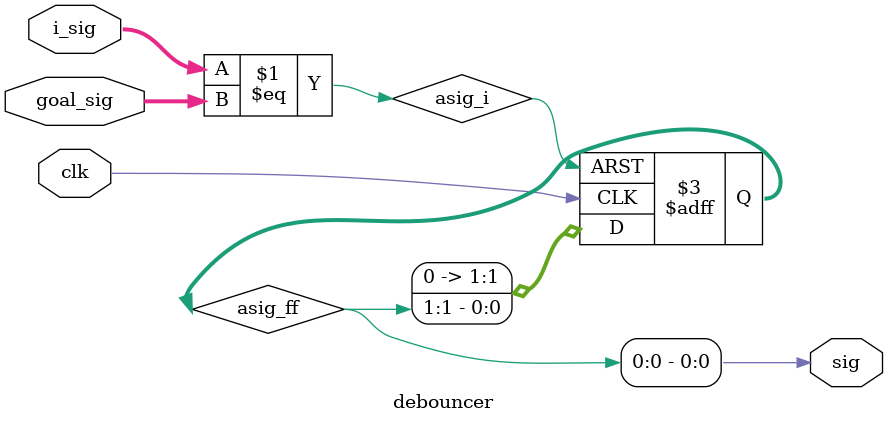
<source format=v>
`timescale 1ns / 1ps
module debouncer(
	input [2:0] i_sig,
	input [2:0] goal_sig,
	input clk,
	output sig
);

wire asig_i;
reg [1:0] asig_ff;

assign asig_i = (i_sig == goal_sig);
assign sig = asig_ff[0];

always @ (posedge clk or posedge asig_i) begin
	if (asig_i)
		asig_ff <= 2'b11;
	else
		asig_ff <= {1'b0, asig_ff[1]};
end

endmodule

</source>
